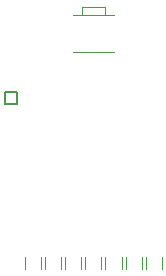
<source format=gto>
%TF.GenerationSoftware,KiCad,Pcbnew,4.0.6*%
%TF.CreationDate,2017-07-18T22:34:41+03:00*%
%TF.ProjectId,esp12_1button_6leds,65737031325F31627574746F6E5F366C,rev?*%
%TF.FileFunction,Legend,Top*%
%FSLAX46Y46*%
G04 Gerber Fmt 4.6, Leading zero omitted, Abs format (unit mm)*
G04 Created by KiCad (PCBNEW 4.0.6) date 07/18/17 22:34:41*
%MOMM*%
%LPD*%
G01*
G04 APERTURE LIST*
%ADD10C,0.100000*%
%ADD11C,0.150000*%
%ADD12C,0.120000*%
G04 APERTURE END LIST*
D10*
D11*
X-16298900Y-7603600D02*
X-16298900Y-6603600D01*
X-15298900Y-7603600D02*
X-16298900Y-7603600D01*
X-15298900Y-6603600D02*
X-15298900Y-7603600D01*
X-16298900Y-6603600D02*
X-15298900Y-6603600D01*
D12*
X-13220000Y-20550000D02*
X-13220000Y-21550000D01*
X-14580000Y-21550000D02*
X-14580000Y-20550000D01*
X-12880000Y-21550000D02*
X-12880000Y-20550000D01*
X-11520000Y-20550000D02*
X-11520000Y-21550000D01*
X-11180000Y-21550000D02*
X-11180000Y-20550000D01*
X-9820000Y-20550000D02*
X-9820000Y-21550000D01*
X-9480000Y-21550000D02*
X-9480000Y-20550000D01*
X-8120000Y-20550000D02*
X-8120000Y-21550000D01*
X-7780000Y-21550000D02*
X-7780000Y-20550000D01*
X-6420000Y-20550000D02*
X-6420000Y-21550000D01*
X-6080000Y-21550000D02*
X-6080000Y-20550000D01*
X-4720000Y-20550000D02*
X-4720000Y-21550000D01*
X-4380000Y-21550000D02*
X-4380000Y-20550000D01*
X-3020000Y-20550000D02*
X-3020000Y-21550000D01*
X-9748900Y-72200D02*
X-9748900Y577800D01*
X-9748900Y577800D02*
X-7848900Y577800D01*
X-7848900Y577800D02*
X-7848900Y-72200D01*
X-7048900Y-3172200D02*
X-10548900Y-3172200D01*
X-10548900Y-72200D02*
X-7048900Y-72200D01*
M02*

</source>
